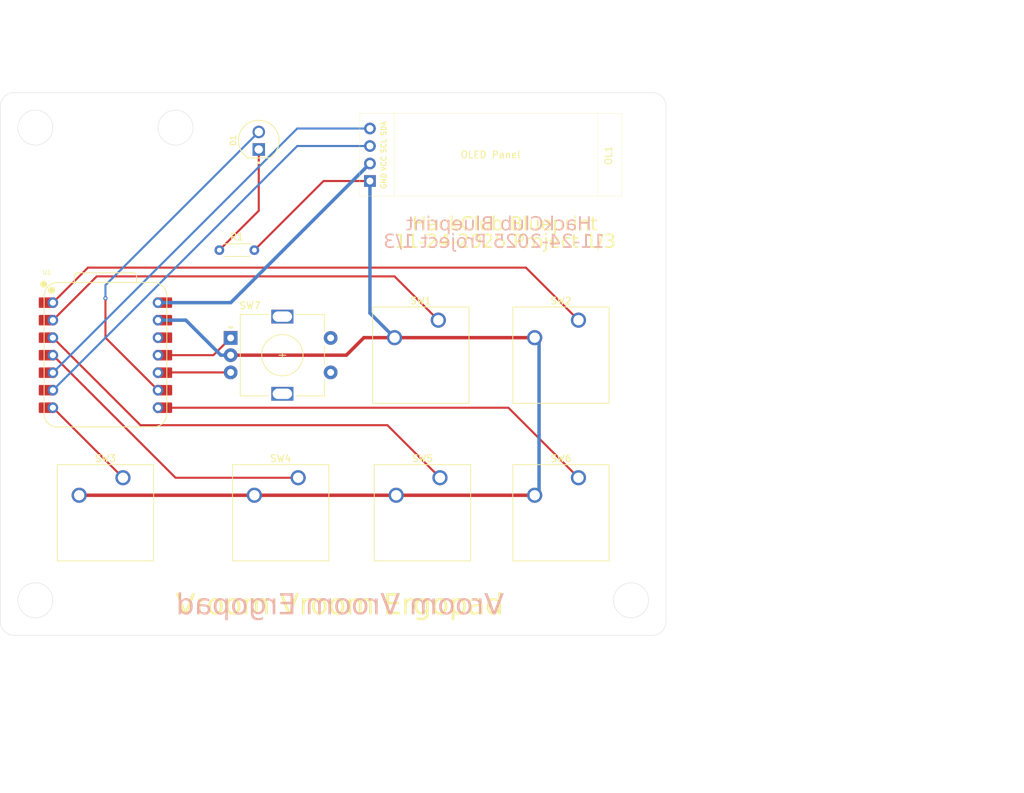
<source format=kicad_pcb>
(kicad_pcb (version 20241229) (generator "pcbnew") (generator_version "9.0")
  (layers (0 "F.Cu" signal) (2 "B.Cu" signal) (13 "F.Paste" user) (15 "B.Paste" user) (5 "F.SilkS" user "F.Silkscreen") (7 "B.SilkS" user "B.Silkscreen") (1 "F.Mask" user) (3 "B.Mask" user) (25 "Edge.Cuts" user))
  (net 0 "")
  (net 1 "Net-(D1-PadC)")
  (net 2 "LED")
  (net 3 "SCL")
  (net 4 "+5V")
  (net 5 "SDA")
  (net 6 "GND")
  (net 7 "SW1")
  (net 8 "SW2")
  (net 9 "SW3")
  (net 10 "SW4")
  (net 11 "SW5")
  (net 12 "SW6")
  (net 15 "B")
  (net 16 "A")
  (footprint "Resistor_THT:R_Axial_DIN0204_L3.6mm_D1.6mm_P5.08mm_Horizontal" (layer "F.Cu") (at 143.51 88.9)
    (property "Reference" "R1" (at 2.54 -1.92 0) (layer "F.SilkS"))
    (property "Value" "R")
    (fp_line (start 0.62 -0.92) (end 4.46 -0.92) (stroke (width 0.12)) (layer "F.SilkS"))
    (fp_line (start 0.62 0.92) (end 4.46 0.92) (stroke (width 0.12)) (layer "F.SilkS"))
    (pad "1" thru_hole circle (at 0 0) (size 1.4 1.4) (drill 0.7) (layers "*.Cu" "*.Mask") (net 1 "Net-(D1-PadC)"))
    (pad "2" thru_hole circle (at 5.08 0) (size 1.4 1.4) (drill 0.7) (layers "*.Cu" "*.Mask") (net 6 "GND"))
  )
  (footprint "Button_Switch_Keyboard:SW_Cherry_MX_1.00u_PCB" (layer "F.Cu") (at 154.94 121.92)
    (property "Reference" "SW4" (at -2.54 -2.794 0) (layer "F.SilkS"))
    (property "Value" "SW_Push")
    (fp_line (start -9.525 -1.905) (end 4.445 -1.905) (stroke (width 0.12)) (layer "F.SilkS"))
    (fp_line (start -9.525 12.065) (end -9.525 -1.905) (stroke (width 0.12)) (layer "F.SilkS"))
    (fp_line (start 4.445 -1.905) (end 4.445 12.065) (stroke (width 0.12)) (layer "F.SilkS"))
    (fp_line (start 4.445 12.065) (end -9.525 12.065) (stroke (width 0.12)) (layer "F.SilkS"))
    (pad "" np_thru_hole circle (at -7.62 5.08) (size 1.7 1.7) (drill 1.7) (layers "*.Cu" "*.Mask"))
    (pad "" np_thru_hole circle (at -2.54 5.08) (size 4 4) (drill 4) (layers "*.Cu" "*.Mask"))
    (pad "" np_thru_hole circle (at 2.54 5.08) (size 1.7 1.7) (drill 1.7) (layers "*.Cu" "*.Mask"))
    (pad "1" thru_hole circle (at 0 0) (size 2.2 2.2) (drill 1.5) (layers "*.Cu" "*.Mask") (net 10 "SW4"))
    (pad "2" thru_hole circle (at -6.35 2.54) (size 2.2 2.2) (drill 1.5) (layers "*.Cu" "*.Mask") (net 6 "GND"))
  )
  (footprint "Rotary_Encoder:RotaryEncoder_Alps_EC11E-Switch_Vertical_H20mm" (layer "F.Cu") (at 145.15 101.64)
    (property "Reference" "SW7" (at 2.8 -4.7 0) (layer "F.SilkS"))
    (property "Value" "RotaryEncoder_Switch")
    (fp_line (start -0.3 -1.6) (end 0.3 -1.6) (stroke (width 0.12)) (layer "F.SilkS"))
    (fp_line (start 0 -1.3) (end -0.3 -1.6) (stroke (width 0.12)) (layer "F.SilkS"))
    (fp_line (start 0.3 -1.6) (end 0 -1.3) (stroke (width 0.12)) (layer "F.SilkS"))
    (fp_line (start 1.4 -3.4) (end 1.4 8.4) (stroke (width 0.12)) (layer "F.SilkS"))
    (fp_line (start 5.5 -3.4) (end 1.4 -3.4) (stroke (width 0.12)) (layer "F.SilkS"))
    (fp_line (start 5.5 8.4) (end 1.4 8.4) (stroke (width 0.12)) (layer "F.SilkS"))
    (fp_line (start 7 2.5) (end 8 2.5) (stroke (width 0.12)) (layer "F.SilkS"))
    (fp_line (start 7.5 2) (end 7.5 3) (stroke (width 0.12)) (layer "F.SilkS"))
    (fp_line (start 9.5 -3.4) (end 13.6 -3.4) (stroke (width 0.12)) (layer "F.SilkS"))
    (fp_line (start 13.6 -3.4) (end 13.6 -1) (stroke (width 0.12)) (layer "F.SilkS"))
    (fp_line (start 13.6 1.2) (end 13.6 3.8) (stroke (width 0.12)) (layer "F.SilkS"))
    (fp_line (start 13.6 6) (end 13.6 8.4) (stroke (width 0.12)) (layer "F.SilkS"))
    (fp_line (start 13.6 8.4) (end 9.5 8.4) (stroke (width 0.12)) (layer "F.SilkS"))
    (fp_circle (center 7.5 2.5) (end 10.5 2.5) (stroke (width 0.12)) (fill no) (layer "F.SilkS"))
    (pad "A" thru_hole rect (at 0 0) (size 2 2) (drill 1) (layers "*.Cu" "*.Mask") (net 16 "A"))
    (pad "B" thru_hole circle (at 0 5) (size 2 2) (drill 1) (layers "*.Cu" "*.Mask") (net 15 "B"))
    (pad "C" thru_hole circle (at 0 2.5) (size 2 2) (drill 1) (layers "*.Cu" "*.Mask") (net 6 "GND"))
    (pad "MP" thru_hole rect (at 7.5 -3.1) (size 3.2 2) (drill oval 2.8 1.5) (layers "*.Cu" "*.Mask"))
    (pad "MP" thru_hole rect (at 7.5 8.1) (size 3.2 2) (drill oval 2.8 1.5) (layers "*.Cu" "*.Mask"))
    (pad "S1" thru_hole circle (at 14.5 5) (size 2 2) (drill 1) (layers "*.Cu" "*.Mask"))
    (pad "S2" thru_hole circle (at 14.5 0) (size 2 2) (drill 1) (layers "*.Cu" "*.Mask"))
  )
  (footprint "Button_Switch_Keyboard:SW_Cherry_MX_1.00u_PCB" (layer "F.Cu") (at 175.26 99.06)
    (property "Reference" "SW1" (at -2.54 -2.794 0) (layer "F.SilkS"))
    (property "Value" "SW_Push")
    (fp_line (start -9.525 -1.905) (end 4.445 -1.905) (stroke (width 0.12)) (layer "F.SilkS"))
    (fp_line (start -9.525 12.065) (end -9.525 -1.905) (stroke (width 0.12)) (layer "F.SilkS"))
    (fp_line (start 4.445 -1.905) (end 4.445 12.065) (stroke (width 0.12)) (layer "F.SilkS"))
    (fp_line (start 4.445 12.065) (end -9.525 12.065) (stroke (width 0.12)) (layer "F.SilkS"))
    (pad "" np_thru_hole circle (at -7.62 5.08) (size 1.7 1.7) (drill 1.7) (layers "*.Cu" "*.Mask"))
    (pad "" np_thru_hole circle (at -2.54 5.08) (size 4 4) (drill 4) (layers "*.Cu" "*.Mask"))
    (pad "" np_thru_hole circle (at 2.54 5.08) (size 1.7 1.7) (drill 1.7) (layers "*.Cu" "*.Mask"))
    (pad "1" thru_hole circle (at 0 0) (size 2.2 2.2) (drill 1.5) (layers "*.Cu" "*.Mask") (net 7 "SW1"))
    (pad "2" thru_hole circle (at -6.35 2.54) (size 2.2 2.2) (drill 1.5) (layers "*.Cu" "*.Mask") (net 6 "GND"))
  )
  (footprint "OLED .91:SSD1306-0.91-OLED-4pin-128x32" (layer "F.Cu") (at 201.845 81.065 180)
    (property "Reference" "OL1" (at 1.9 5.91 90) (layer "F.SilkS"))
    (property "Value" "SSD1306_0.91_OLED")
    (fp_line (start 38 12) (end 38 0) (stroke (width 0.04)) (layer "F.SilkS"))
    (fp_line (start 38 0) (end 0 0) (stroke (width 0.04)) (layer "F.SilkS"))
    (fp_line (start 33 0) (end 33 12) (stroke (width 0.04)) (layer "F.SilkS"))
    (fp_line (start 3.5 0) (end 3.5 12) (stroke (width 0.04)) (layer "F.SilkS"))
    (fp_line (start 0 12) (end 38 12) (stroke (width 0.04)) (layer "F.SilkS"))
    (fp_line (start 0 0) (end 0 12) (stroke (width 0.04)) (layer "F.SilkS"))
    (fp_text user "SDA" (at 34.5 9.81 90) (layer "F.SilkS") (effects (font (size 0.75 0.75))))
    (fp_text user "VCC" (at 34.5 4.73 90) (layer "F.SilkS") (effects (font (size 0.75 0.75))))
    (fp_text user "SCL" (at 34.5 7.27 90) (layer "F.SilkS") (effects (font (size 0.75 0.75))))
    (fp_text user "OLED Panel" (at 19 6 0) (layer "F.SilkS"))
    (fp_text user "GND" (at 34.5 2.19 90) (layer "F.SilkS") (effects (font (size 0.75 0.75))))
    (pad "1" thru_hole rect (at 36.5 2.19 180) (size 1.7 1.7) (drill 1) (layers "*.Cu" "*.Mask") (net 6 "GND"))
    (pad "2" thru_hole oval (at 36.5 4.73 180) (size 1.7 1.7) (drill 1) (layers "*.Cu" "*.Mask") (net 4 "+5V"))
    (pad "3" thru_hole oval (at 36.5 7.27 180) (size 1.7 1.7) (drill 1) (layers "*.Cu" "*.Mask") (net 3 "SCL"))
    (pad "4" thru_hole oval (at 36.5 9.81 180) (size 1.7 1.7) (drill 1) (layers "*.Cu" "*.Mask") (net 5 "SDA"))
  )
  (footprint "Button_Switch_Keyboard:SW_Cherry_MX_1.00u_PCB" (layer "F.Cu") (at 175.5 121.92)
    (property "Reference" "SW5" (at -2.54 -2.794 0) (layer "F.SilkS"))
    (property "Value" "SW_Push")
    (fp_line (start -9.525 -1.905) (end 4.445 -1.905) (stroke (width 0.12)) (layer "F.SilkS"))
    (fp_line (start -9.525 12.065) (end -9.525 -1.905) (stroke (width 0.12)) (layer "F.SilkS"))
    (fp_line (start 4.445 -1.905) (end 4.445 12.065) (stroke (width 0.12)) (layer "F.SilkS"))
    (fp_line (start 4.445 12.065) (end -9.525 12.065) (stroke (width 0.12)) (layer "F.SilkS"))
    (pad "" np_thru_hole circle (at -7.62 5.08) (size 1.7 1.7) (drill 1.7) (layers "*.Cu" "*.Mask"))
    (pad "" np_thru_hole circle (at -2.54 5.08) (size 4 4) (drill 4) (layers "*.Cu" "*.Mask"))
    (pad "" np_thru_hole circle (at 2.54 5.08) (size 1.7 1.7) (drill 1.7) (layers "*.Cu" "*.Mask"))
    (pad "1" thru_hole circle (at 0 0) (size 2.2 2.2) (drill 1.5) (layers "*.Cu" "*.Mask") (net 11 "SW5"))
    (pad "2" thru_hole circle (at -6.35 2.54) (size 2.2 2.2) (drill 1.5) (layers "*.Cu" "*.Mask") (net 6 "GND"))
  )
  (footprint "Button_Switch_Keyboard:SW_Cherry_MX_1.00u_PCB" (layer "F.Cu") (at 195.58 121.92)
    (property "Reference" "SW6" (at -2.54 -2.794 0) (layer "F.SilkS"))
    (property "Value" "SW_Push")
    (fp_line (start -9.525 -1.905) (end 4.445 -1.905) (stroke (width 0.12)) (layer "F.SilkS"))
    (fp_line (start -9.525 12.065) (end -9.525 -1.905) (stroke (width 0.12)) (layer "F.SilkS"))
    (fp_line (start 4.445 -1.905) (end 4.445 12.065) (stroke (width 0.12)) (layer "F.SilkS"))
    (fp_line (start 4.445 12.065) (end -9.525 12.065) (stroke (width 0.12)) (layer "F.SilkS"))
    (pad "" np_thru_hole circle (at -7.62 5.08) (size 1.7 1.7) (drill 1.7) (layers "*.Cu" "*.Mask"))
    (pad "" np_thru_hole circle (at -2.54 5.08) (size 4 4) (drill 4) (layers "*.Cu" "*.Mask"))
    (pad "" np_thru_hole circle (at 2.54 5.08) (size 1.7 1.7) (drill 1.7) (layers "*.Cu" "*.Mask"))
    (pad "1" thru_hole circle (at 0 0) (size 2.2 2.2) (drill 1.5) (layers "*.Cu" "*.Mask") (net 12 "SW6"))
    (pad "2" thru_hole circle (at -6.35 2.54) (size 2.2 2.2) (drill 1.5) (layers "*.Cu" "*.Mask") (net 6 "GND"))
  )
  (footprint "Button_Switch_Keyboard:SW_Cherry_MX_1.00u_PCB" (layer "F.Cu") (at 129.54 121.92)
    (property "Reference" "SW3" (at -2.54 -2.794 0) (layer "F.SilkS"))
    (property "Value" "SW_Push")
    (fp_line (start -9.525 -1.905) (end 4.445 -1.905) (stroke (width 0.12)) (layer "F.SilkS"))
    (fp_line (start -9.525 12.065) (end -9.525 -1.905) (stroke (width 0.12)) (layer "F.SilkS"))
    (fp_line (start 4.445 -1.905) (end 4.445 12.065) (stroke (width 0.12)) (layer "F.SilkS"))
    (fp_line (start 4.445 12.065) (end -9.525 12.065) (stroke (width 0.12)) (layer "F.SilkS"))
    (pad "" np_thru_hole circle (at -7.62 5.08) (size 1.7 1.7) (drill 1.7) (layers "*.Cu" "*.Mask"))
    (pad "" np_thru_hole circle (at -2.54 5.08) (size 4 4) (drill 4) (layers "*.Cu" "*.Mask"))
    (pad "" np_thru_hole circle (at 2.54 5.08) (size 1.7 1.7) (drill 1.7) (layers "*.Cu" "*.Mask"))
    (pad "1" thru_hole circle (at 0 0) (size 2.2 2.2) (drill 1.5) (layers "*.Cu" "*.Mask") (net 9 "SW3"))
    (pad "2" thru_hole circle (at -6.35 2.54) (size 2.2 2.2) (drill 1.5) (layers "*.Cu" "*.Mask") (net 6 "GND"))
  )
  (footprint "LED:LEDRD254W57D500H1070" (layer "F.Cu") (at 149.225 73.025 90)
    (property "Reference" "D1" (at 0.04 -3.708 90) (layer "F.SilkS") (effects (font (size 0.8 0.8))))
    (property "Value" "L08R5000Q1")
    (fp_line (start -2.5 -1.566) (end -2.5 1.566) (stroke (width 0.127)) (layer "F.SilkS"))
    (fp_arc (start -2.5 -1.566) (mid 2.961291 0) (end -2.5 1.566) (stroke (width 0.127)) (layer "F.SilkS"))
    (fp_circle (center -3.2 0) (end -3.1 0) (stroke (width 0.2)) (fill no) (layer "F.SilkS"))
    (pad "A" thru_hole circle (at 1.27 0 90) (size 1.815 1.815) (drill 1.21) (layers "*.Cu" "*.Mask") (net 2 "LED"))
    (pad "C" thru_hole rect (at -1.27 0 90) (size 1.815 1.815) (drill 1.21) (layers "*.Cu" "*.Mask") (net 1 "Net-(D1-PadC)"))
  )
  (footprint "Button_Switch_Keyboard:SW_Cherry_MX_1.00u_PCB" (layer "F.Cu") (at 195.58 99.06)
    (property "Reference" "SW2" (at -2.54 -2.794 0) (layer "F.SilkS"))
    (property "Value" "SW_Push")
    (fp_line (start -9.525 -1.905) (end 4.445 -1.905) (stroke (width 0.12)) (layer "F.SilkS"))
    (fp_line (start -9.525 12.065) (end -9.525 -1.905) (stroke (width 0.12)) (layer "F.SilkS"))
    (fp_line (start 4.445 -1.905) (end 4.445 12.065) (stroke (width 0.12)) (layer "F.SilkS"))
    (fp_line (start 4.445 12.065) (end -9.525 12.065) (stroke (width 0.12)) (layer "F.SilkS"))
    (pad "" np_thru_hole circle (at -7.62 5.08) (size 1.7 1.7) (drill 1.7) (layers "*.Cu" "*.Mask"))
    (pad "" np_thru_hole circle (at -2.54 5.08) (size 4 4) (drill 4) (layers "*.Cu" "*.Mask"))
    (pad "" np_thru_hole circle (at 2.54 5.08) (size 1.7 1.7) (drill 1.7) (layers "*.Cu" "*.Mask"))
    (pad "1" thru_hole circle (at 0 0) (size 2.2 2.2) (drill 1.5) (layers "*.Cu" "*.Mask") (net 8 "SW2"))
    (pad "2" thru_hole circle (at -6.35 2.54) (size 2.2 2.2) (drill 1.5) (layers "*.Cu" "*.Mask") (net 6 "GND"))
  )
  (footprint "Seeed Studio XIAO Series:XIAO-RP2040-DIP" (layer "F.Cu") (at 127 104.14)
    (property "Reference" "U1" (at -8.5 -12 0) (layer "F.SilkS") (effects (font (size 0.635 0.635) (thickness 0.1016))))
    (property "Value" "XIAO-RP2040-DIP")
    (fp_line (start -8.89 8.509) (end -8.89 -8.636) (stroke (width 0.127)) (layer "F.SilkS"))
    (fp_line (start -6.985 10.414) (end 6.985 10.414) (stroke (width 0.127)) (layer "F.SilkS"))
    (fp_line (start -4.495 -10.541) (end -4.491272 -11.451272) (stroke (width 0.127)) (layer "F.SilkS"))
    (fp_line (start -3.991272 -11.951) (end 4.004 -11.951) (stroke (width 0.127)) (layer "F.SilkS"))
    (fp_line (start 4.504 -11.451) (end 4.504 -10.541) (stroke (width 0.127)) (layer "F.SilkS"))
    (fp_line (start 6.985 -10.541) (end -6.985 -10.541) (stroke (width 0.1)) (layer "F.SilkS"))
    (fp_line (start 6.985 -10.541) (end -6.985 -10.541) (stroke (width 0.127)) (layer "F.SilkS"))
    (fp_line (start 8.89 8.509) (end 8.89 -8.636) (stroke (width 0.127)) (layer "F.SilkS"))
    (fp_arc (start -8.89 -8.636) (mid -8.332038 -9.983038) (end -6.985 -10.541) (stroke (width 0.127)) (layer "F.SilkS"))
    (fp_arc (start -6.985 10.414) (mid -8.332038 9.856038) (end -8.89 8.509) (stroke (width 0.127)) (layer "F.SilkS"))
    (fp_arc (start -4.491272 -11.451272) (mid -4.344728 -11.80464) (end -3.991272 -11.951) (stroke (width 0.127)) (layer "F.SilkS"))
    (fp_arc (start 4.004 -11.951) (mid 4.357553 -11.804553) (end 4.504 -11.451) (stroke (width 0.127)) (layer "F.SilkS"))
    (fp_arc (start 6.985 -10.541) (mid 8.332038 -9.983038) (end 8.89 -8.636) (stroke (width 0.127)) (layer "F.SilkS"))
    (fp_arc (start 8.89 8.509) (mid 8.332038 9.856038) (end 6.985 10.414) (stroke (width 0.127)) (layer "F.SilkS"))
    (fp_circle (center -8.95 -10.3) (end -8.95 -10.554) (stroke (width 0.5)) (fill yes) (layer "F.SilkS"))
    (fp_circle (center -7.807 -9.42) (end -7.807 -9.674) (stroke (width 0.5)) (fill yes) (layer "F.SilkS"))
    (pad "1" smd roundrect (at -8.455 -7.62 180) (size 2.432 1.524) (layers "F.Cu" "F.Mask") (roundrect_rratio 0.1) (net 8 "SW2"))
    (pad "1" thru_hole circle (at -7.62 -7.62 180) (size 1.524 1.524) (drill 0.889) (layers "*.Cu" "*.Mask") (net 8 "SW2"))
    (pad "2" smd roundrect (at -8.455 -5.08 180) (size 2.432 1.524) (layers "F.Cu" "F.Mask") (roundrect_rratio 0.1) (net 7 "SW1"))
    (pad "2" thru_hole circle (at -7.62 -5.08 180) (size 1.524 1.524) (drill 0.889) (layers "*.Cu" "*.Mask") (net 7 "SW1"))
    (pad "3" smd roundrect (at -8.455 -2.54 180) (size 2.432 1.524) (layers "F.Cu" "F.Mask") (roundrect_rratio 0.1) (net 11 "SW5"))
    (pad "3" thru_hole circle (at -7.62 -2.54 180) (size 1.524 1.524) (drill 0.889) (layers "*.Cu" "*.Mask") (net 11 "SW5"))
    (pad "4" smd roundrect (at -8.455 0 180) (size 2.432 1.524) (layers "F.Cu" "F.Mask") (roundrect_rratio 0.1) (net 10 "SW4"))
    (pad "4" thru_hole circle (at -7.62 0 180) (size 1.524 1.524) (drill 0.889) (layers "*.Cu" "*.Mask") (net 10 "SW4"))
    (pad "5" smd roundrect (at -8.455 2.54 180) (size 2.432 1.524) (layers "F.Cu" "F.Mask") (roundrect_rratio 0.1) (net 5 "SDA"))
    (pad "5" thru_hole circle (at -7.62 2.54 180) (size 1.524 1.524) (drill 0.889) (layers "*.Cu" "*.Mask") (net 5 "SDA"))
    (pad "6" smd roundrect (at -8.455 5.08 180) (size 2.432 1.524) (layers "F.Cu" "F.Mask") (roundrect_rratio 0.1) (net 3 "SCL"))
    (pad "6" thru_hole circle (at -7.62 5.08 180) (size 1.524 1.524) (drill 0.889) (layers "*.Cu" "*.Mask") (net 3 "SCL"))
    (pad "7" smd roundrect (at -8.455 7.62 180) (size 2.432 1.524) (layers "F.Cu" "F.Mask") (roundrect_rratio 0.1) (net 9 "SW3"))
    (pad "7" thru_hole circle (at -7.62 7.62 180) (size 1.524 1.524) (drill 0.889) (layers "*.Cu" "*.Mask") (net 9 "SW3"))
    (pad "8" thru_hole circle (at 7.62 7.62) (size 1.524 1.524) (drill 0.889) (layers "*.Cu" "*.Mask") (net 12 "SW6"))
    (pad "8" smd roundrect (at 8.455 7.62) (size 2.432 1.524) (layers "F.Cu" "F.Mask") (roundrect_rratio 0.1) (net 12 "SW6"))
    (pad "9" thru_hole circle (at 7.62 5.08) (size 1.524 1.524) (drill 0.889) (layers "*.Cu" "*.Mask") (net 2 "LED"))
    (pad "9" smd roundrect (at 8.455 5.08) (size 2.432 1.524) (layers "F.Cu" "F.Mask") (roundrect_rratio 0.1) (net 2 "LED"))
    (pad "10" thru_hole circle (at 7.62 2.54) (size 1.524 1.524) (drill 0.889) (layers "*.Cu" "*.Mask") (net 15 "B"))
    (pad "10" smd roundrect (at 8.455 2.54) (size 2.432 1.524) (layers "F.Cu" "F.Mask") (roundrect_rratio 0.1) (net 15 "B"))
    (pad "11" thru_hole circle (at 7.62 0) (size 1.524 1.524) (drill 0.889) (layers "*.Cu" "*.Mask") (net 16 "A"))
    (pad "11" smd roundrect (at 8.455 0) (size 2.432 1.524) (layers "F.Cu" "F.Mask") (roundrect_rratio 0.1) (net 16 "A"))
    (pad "12" thru_hole circle (at 7.62 -2.54) (size 1.524 1.524) (drill 0.889) (layers "*.Cu" "*.Mask"))
    (pad "12" smd roundrect (at 8.455 -2.54) (size 2.432 1.524) (layers "F.Cu" "F.Mask") (roundrect_rratio 0.1))
    (pad "13" thru_hole circle (at 7.62 -5.08) (size 1.524 1.524) (drill 0.889) (layers "*.Cu" "*.Mask") (net 6 "GND"))
    (pad "13" smd roundrect (at 8.455 -5.08) (size 2.432 1.524) (layers "F.Cu" "F.Mask") (roundrect_rratio 0.1) (net 6 "GND"))
    (pad "14" thru_hole circle (at 7.62 -7.62) (size 1.524 1.524) (drill 0.889) (layers "*.Cu" "*.Mask") (net 4 "+5V"))
    (pad "14" smd roundrect (at 8.455 -7.62) (size 2.432 1.524) (layers "F.Cu" "F.Mask") (roundrect_rratio 0.1) (net 4 "+5V"))
  )
  (gr_line (start 113.76 66.04) (end 206.28 66.04) (stroke (width 0.05)) (layer "Edge.Cuts"))
  (gr_circle (center 203.2 139.7) (end 203.2 142.24) (stroke (width 0.05)) (fill no) (layer "Edge.Cuts"))
  (gr_line (start 206.28 144.78) (end 113.76 144.78) (stroke (width 0.05)) (layer "Edge.Cuts"))
  (gr_arc (start 206.28 66.04) (mid 207.694214 66.625786) (end 208.28 68.04) (stroke (width 0.05)) (layer "Edge.Cuts"))
  (gr_line (start 208.28 68.04) (end 208.28 142.78) (stroke (width 0.05)) (layer "Edge.Cuts"))
  (gr_arc (start 208.28 142.78) (mid 207.694214 144.194214) (end 206.28 144.78) (stroke (width 0.05)) (layer "Edge.Cuts"))
  (gr_line (start 111.76 142.78) (end 111.76 68.04) (stroke (width 0.05)) (layer "Edge.Cuts"))
  (gr_circle (center 137.16 71.12) (end 137.16 73.66) (stroke (width 0.05)) (fill no) (layer "Edge.Cuts"))
  (gr_circle (center 116.84 71.12) (end 116.84 73.66) (stroke (width 0.05)) (fill no) (layer "Edge.Cuts"))
  (gr_circle (center 116.84 139.7) (end 116.84 142.24) (stroke (width 0.05)) (fill no) (layer "Edge.Cuts"))
  (gr_arc (start 113.76 144.78) (mid 112.345786 144.194214) (end 111.76 142.78) (stroke (width 0.05)) (layer "Edge.Cuts"))
  (gr_arc (start 111.76 68.04) (mid 112.345786 66.625786) (end 113.76 66.04) (stroke (width 0.05)) (layer "Edge.Cuts"))
  (gr_text "HackClub Blueprint" (at 171.45 86.36 0) (layer "F.SilkS") (effects (font (size 2 2) (thickness 0.1)) (justify left bottom)))
  (gr_text "Vroom Vroom Ergopad" (at 137.16 142.24 0) (layer "F.SilkS") (effects (font (size 3 3) (thickness 0.1)) (justify left bottom)))
  (gr_text "11-24-2025 Project 1/3" (at 168.91 88.9 0) (layer "F.SilkS") (effects (font (size 2 2) (thickness 0.1)) (justify left bottom)))
  (gr_text "11-24-2025 Project 1/3" (at 199.39 88.9 0) (layer "B.SilkS") (effects (font (size 2 2) (thickness 0.1)) (justify left bottom mirror)))
  (gr_text "HackClub Blueprint" (at 197.485 86.36 0) (layer "B.SilkS") (effects (font (size 2 2) (thickness 0.1)) (justify left bottom mirror)))
  (gr_text "Vroom Vroom Ergopad" (at 184.785 142.24 0) (layer "B.SilkS") (effects (font (size 3 3) (thickness 0.1)) (justify left bottom mirror)))
  (segment (start 149.225 74.295) (end 149.225 83.185) (width 0.3) (layer "F.Cu") (net 1))
  (segment (start 149.225 83.185) (end 143.51 88.9) (width 0.3) (layer "F.Cu") (net 1))
  (segment (start 127 95.885) (end 127 101.6) (width 0.3) (layer "F.Cu") (net 2))
  (segment (start 127 101.6) (end 134.62 109.22) (width 0.3) (layer "F.Cu") (net 2))
  (via (at 127 95.885) (size 0.6) (drill 0.3) (layers "F.Cu" "B.Cu") (net 2))
  (segment (start 127 93.98) (end 127 95.885) (width 0.3) (layer "B.Cu") (net 2))
  (segment (start 149.225 71.755) (end 127 93.98) (width 0.3) (layer "B.Cu") (net 2))
  (segment (start 165.345 73.795) (end 154.805 73.795) (width 0.3) (layer "B.Cu") (net 3))
  (segment (start 154.805 73.795) (end 119.38 109.22) (width 0.3) (layer "B.Cu") (net 3))
  (segment (start 145.16 96.52) (end 134.62 96.52) (width 0.5) (layer "B.Cu") (net 4))
  (segment (start 165.345 76.335) (end 145.16 96.52) (width 0.5) (layer "B.Cu") (net 4))
  (segment (start 165.345 71.255) (end 154.805 71.255) (width 0.3) (layer "B.Cu") (net 5))
  (segment (start 154.805 71.255) (end 119.38 106.68) (width 0.3) (layer "B.Cu") (net 5))
  (segment (start 148.59 124.46) (end 123.19 124.46) (width 0.5) (layer "F.Cu") (net 6))
  (segment (start 189.23 101.6) (end 168.91 101.6) (width 0.5) (layer "F.Cu") (net 6))
  (segment (start 158.615 78.875) (end 165.345 78.875) (width 0.3) (layer "F.Cu") (net 6))
  (segment (start 164.465 101.6) (end 161.925 104.14) (width 0.5) (layer "F.Cu") (net 6))
  (segment (start 169.15 124.46) (end 148.59 124.46) (width 0.5) (layer "F.Cu") (net 6))
  (segment (start 161.925 104.14) (end 145.15 104.14) (width 0.5) (layer "F.Cu") (net 6))
  (segment (start 168.91 101.6) (end 164.465 101.6) (width 0.5) (layer "F.Cu") (net 6))
  (segment (start 189.23 124.46) (end 169.15 124.46) (width 0.5) (layer "F.Cu") (net 6))
  (segment (start 148.59 88.9) (end 158.615 78.875) (width 0.3) (layer "F.Cu") (net 6))
  (segment (start 145.15 104.14) (end 143.735787 104.14) (width 0.5) (layer "B.Cu") (net 6))
  (segment (start 189.865 123.825) (end 189.23 124.46) (width 0.5) (layer "B.Cu") (net 6))
  (segment (start 165.345 98.035) (end 168.91 101.6) (width 0.5) (layer "B.Cu") (net 6))
  (segment (start 189.23 101.6) (end 189.865 102.235) (width 0.5) (layer "B.Cu") (net 6))
  (segment (start 165.345 78.875) (end 165.345 98.035) (width 0.5) (layer "B.Cu") (net 6))
  (segment (start 143.735787 104.14) (end 138.655787 99.06) (width 0.5) (layer "B.Cu") (net 6))
  (segment (start 138.655787 99.06) (end 134.62 99.06) (width 0.5) (layer "B.Cu") (net 6))
  (segment (start 189.865 102.235) (end 189.865 123.825) (width 0.5) (layer "B.Cu") (net 6))
  (segment (start 125.73 92.71) (end 168.91 92.71) (width 0.3) (layer "F.Cu") (net 7))
  (segment (start 168.91 92.71) (end 175.26 99.06) (width 0.3) (layer "F.Cu") (net 7))
  (segment (start 119.38 99.06) (end 125.73 92.71) (width 0.3) (layer "F.Cu") (net 7))
  (segment (start 124.46 91.44) (end 187.96 91.44) (width 0.3) (layer "F.Cu") (net 8))
  (segment (start 187.96 91.44) (end 195.58 99.06) (width 0.3) (layer "F.Cu") (net 8))
  (segment (start 119.38 96.52) (end 124.46 91.44) (width 0.3) (layer "F.Cu") (net 8))
  (segment (start 129.54 121.92) (end 119.38 111.76) (width 0.3) (layer "F.Cu") (net 9))
  (segment (start 154.94 121.92) (end 137.16 121.92) (width 0.3) (layer "F.Cu") (net 10))
  (segment (start 137.16 121.92) (end 119.38 104.14) (width 0.3) (layer "F.Cu") (net 10))
  (segment (start 175.5 121.92) (end 167.88 114.3) (width 0.3) (layer "F.Cu") (net 11))
  (segment (start 132.08 114.3) (end 119.38 101.6) (width 0.3) (layer "F.Cu") (net 11))
  (segment (start 167.88 114.3) (end 132.08 114.3) (width 0.3) (layer "F.Cu") (net 11))
  (segment (start 195.58 121.92) (end 185.42 111.76) (width 0.3) (layer "F.Cu") (net 12))
  (segment (start 185.42 111.76) (end 134.62 111.76) (width 0.3) (layer "F.Cu") (net 12))
  (segment (start 145.15 106.64) (end 134.66 106.64) (width 0.3) (layer "F.Cu") (net 15))
  (segment (start 134.66 106.64) (end 134.62 106.68) (width 0.3) (layer "F.Cu") (net 15))
  (segment (start 142.65 104.14) (end 134.62 104.14) (width 0.3) (layer "F.Cu") (net 16))
  (segment (start 145.15 101.64) (end 142.65 104.14) (width 0.3) (layer "F.Cu") (net 16))
)
</source>
